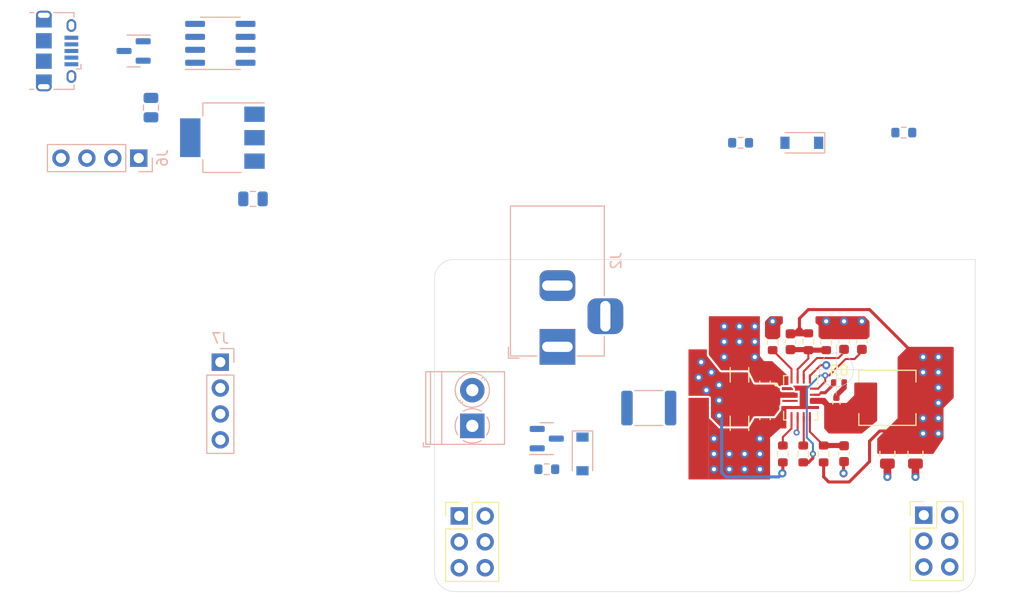
<source format=kicad_pcb>
(kicad_pcb (version 20211014) (generator pcbnew)
  (layers (0 "F.Cu" signal) (1 "In1.Cu" power) (2 "In2.Cu" power) (31 "B.Cu" signal) (34 "B.Paste" user) (35 "F.Paste" user) (36 "B.SilkS" user "B.Silkscreen") (37 "F.SilkS" user "F.Silkscreen") (38 "B.Mask" user) (39 "F.Mask" user) (44 "Edge.Cuts" user))
  (net 0 "")
  (net 1 "GND")
  (net 2 "VDD")
  (net 3 "/Vcc")
  (net 4 "/BST")
  (net 5 "/SS")
  (net 6 "/FB")
  (net 7 "/En")
  (net 8 "/PG")
  (net 9 "/FREQ")
  (net 10 "/BIAS")
  (net 12 "VDC")
  (net 13 "/Vjack")
  (net 14 "Net-(D2-Pad2)")
  (net 15 "/Vbat")
  (net 16 "+5V")
  (net 17 "+3V3")
  (net 18 "VBUS")
  (net 22 "/Vcomp+")
  (net 23 "/UNUSED")
  (net 24 "/SW")
  (net 25 "/Rboost")
  (net 26 "/Vusb_En")
  (net 27 "Vleft")
  (net 28 "Vright")
  (footprint "Capacitor_SMD:C_1206_3216Metric" (layer "F.Cu") (at 146.892 97.5 -90)
    (fp_text reference "C1")
    (fp_text value "10u")
    (fp_line (start -0.711252 0.91) (end 0.711252 0.91) (layer "F.SilkS") (width 0.12))
    (fp_line (start -0.711252 -0.91) (end 0.711252 -0.91) (layer "F.SilkS") (width 0.12))
    (pad "1" smd roundrect locked (at -1.475 0 270) (size 1.15 1.8) (layers "F.Cu" "F.Paste" "F.Mask") (roundrect_rratio 0.217391) (net 2 "VDD"))
    (pad "2" smd roundrect locked (at 1.475 0 270) (size 1.15 1.8) (layers "F.Cu" "F.Paste" "F.Mask") (roundrect_rratio 0.217391) (net 1 "GND"))
  )
  (footprint "Capacitor_SMD:C_0603_1608Metric" (layer "F.Cu") (at 158.892 89.475 -90)
    (fp_text reference "C3")
    (fp_text value "1u")
    (fp_line (start -0.14058 -0.51) (end 0.14058 -0.51) (layer "F.SilkS") (width 0.12))
    (fp_line (start -0.14058 0.51) (end 0.14058 0.51) (layer "F.SilkS") (width 0.12))
    (pad "1" smd roundrect locked (at -0.775 0 270) (size 0.9 0.95) (layers "F.Cu" "F.Paste" "F.Mask") (net 1 "GND"))
    (pad "2" smd roundrect locked (at 0.775 0 270) (size 0.9 0.95) (layers "F.Cu" "F.Paste" "F.Mask") (net 3 "/Vcc"))
  )
  (footprint "Capacitor_SMD:C_0603_1608Metric" (layer "F.Cu") (at 149.392 93.5 90)
    (fp_text reference "C4")
    (fp_text value "0.1u")
    (fp_line (start -0.14058 0.51) (end 0.14058 0.51) (layer "F.SilkS") (width 0.12))
    (fp_line (start -0.14058 -0.51) (end 0.14058 -0.51) (layer "F.SilkS") (width 0.12))
    (pad "1" smd roundrect locked (at -0.775 0 90) (size 0.9 0.95) (layers "F.Cu" "F.Paste" "F.Mask") (net 2 "VDD"))
    (pad "2" smd roundrect locked (at 0.775 0 90) (size 0.9 0.95) (layers "F.Cu" "F.Paste" "F.Mask") (net 1 "GND"))
  )
  (footprint "Capacitor_SMD:C_0603_1608Metric" (layer "F.Cu") (at 149.392 97 -90)
    (fp_text reference "C5")
    (fp_text value "0.1u")
    (fp_line (start -0.14058 -0.51) (end 0.14058 -0.51) (layer "F.SilkS") (width 0.12))
    (fp_line (start -0.14058 0.51) (end 0.14058 0.51) (layer "F.SilkS") (width 0.12))
    (pad "1" smd roundrect locked (at -0.775 0 270) (size 0.9 0.95) (layers "F.Cu" "F.Paste" "F.Mask") (net 2 "VDD"))
    (pad "2" smd roundrect locked (at 0.775 0 270) (size 0.9 0.95) (layers "F.Cu" "F.Paste" "F.Mask") (net 1 "GND"))
  )
  (footprint "Capacitor_SMD:C_0402_1005Metric" (layer "F.Cu") (at 156.392 95.5 90)
    (fp_text reference "C6")
    (fp_text value "0.1u")
    (fp_line (start -0.107836 -0.36) (end 0.107836 -0.36) (layer "F.SilkS") (width 0.12))
    (fp_line (start -0.107836 0.36) (end 0.107836 0.36) (layer "F.SilkS") (width 0.12))
    (pad "1" smd roundrect (at -0.48 0 90) (size 0.56 0.62) (layers "F.Cu" "F.Paste" "F.Mask") (net 24 "/SW"))
    (pad "2" smd roundrect (at 0.48 0 90) (size 0.56 0.62) (layers "F.Cu" "F.Paste" "F.Mask") (net 25 "/Rboost"))
  )
  (footprint "Capacitor_SMD:C_0603_1608Metric" (layer "F.Cu") (at 157.142 100.475 90)
    (fp_text reference "C7")
    (fp_text value "0.1u")
    (fp_line (start -0.14058 0.51) (end 0.14058 0.51) (layer "F.SilkS") (width 0.12))
    (fp_line (start -0.14058 -0.51) (end 0.14058 -0.51) (layer "F.SilkS") (width 0.12))
    (pad "1" smd roundrect locked (at -0.775 0 90) (size 0.9 0.95) (layers "F.Cu" "F.Paste" "F.Mask") (net 1 "GND"))
    (pad "2" smd roundrect locked (at 0.775 0 90) (size 0.9 0.95) (layers "F.Cu" "F.Paste" "F.Mask") (net 10 "/BIAS"))
  )
  (footprint "Capacitor_SMD:C_0603_1608Metric" (layer "F.Cu") (at 157.142 89.475 -90)
    (fp_text reference "C8")
    (fp_text value "4.7u")
    (fp_line (start -0.14058 -0.51) (end 0.14058 -0.51) (layer "F.SilkS") (width 0.12))
    (fp_line (start -0.14058 0.51) (end 0.14058 0.51) (layer "F.SilkS") (width 0.12))
    (pad "1" smd roundrect locked (at -0.775 0 270) (size 0.9 0.95) (layers "F.Cu" "F.Paste" "F.Mask") (net 1 "GND"))
    (pad "2" smd roundrect locked (at 0.775 0 270) (size 0.9 0.95) (layers "F.Cu" "F.Paste" "F.Mask") (net 5 "/SS"))
  )
  (footprint "Capacitor_SMD:C_0603_1608Metric" (layer "F.Cu") (at 151.892 89.5 90)
    (fp_text reference "C9")
    (fp_text value "10p")
    (fp_line (start -0.14058 0.51) (end 0.14058 0.51) (layer "F.SilkS") (width 0.12))
    (fp_line (start -0.14058 -0.51) (end 0.14058 -0.51) (layer "F.SilkS") (width 0.12))
    (pad "1" smd roundrect locked (at -0.775 0 90) (size 0.9 0.95) (layers "F.Cu" "F.Paste" "F.Mask") (net 6 "/FB"))
    (pad "2" smd roundrect locked (at 0.775 0 90) (size 0.9 0.95) (layers "F.Cu" "F.Paste" "F.Mask") (net 16 "+5V"))
  )
  (footprint "Capacitor_SMD:C_0805_2012Metric" (layer "F.Cu") (at 161.392 100.5 -90)
    (fp_text reference "C10")
    (fp_text value "22u")
    (fp_line (start -0.261252 -0.735) (end 0.261252 -0.735) (layer "F.SilkS") (width 0.12))
    (fp_line (start -0.261252 0.735) (end 0.261252 0.735) (layer "F.SilkS") (width 0.12))
    (pad "1" smd roundrect locked (at -0.95 0 270) (size 1 1.45) (layers "F.Cu" "F.Paste" "F.Mask") (net 16 "+5V"))
    (pad "2" smd roundrect locked (at 0.95 0 270) (size 1 1.45) (layers "F.Cu" "F.Paste" "F.Mask") (net 1 "GND"))
  )
  (footprint "Capacitor_SMD:C_0805_2012Metric" (layer "F.Cu") (at 164.142 100.5 -90)
    (fp_text reference "C11")
    (fp_text value "22u")
    (fp_line (start -0.261252 -0.735) (end 0.261252 -0.735) (layer "F.SilkS") (width 0.12))
    (fp_line (start -0.261252 0.735) (end 0.261252 0.735) (layer "F.SilkS") (width 0.12))
    (pad "1" smd roundrect locked (at -0.95 0 270) (size 1 1.45) (layers "F.Cu" "F.Paste" "F.Mask") (net 16 "+5V"))
    (pad "2" smd roundrect locked (at 0.95 0 270) (size 1 1.45) (layers "F.Cu" "F.Paste" "F.Mask") (net 1 "GND"))
  )
  (footprint "Inductor_SMD:L_Sunlord_MWSA0518_5.4x5.2mm" (layer "F.Cu") (at 161.392 95)
    (fp_text reference "L1")
    (fp_text value "2.2u")
    (fp_line (start -2.8 2.7) (end -2.8 1.55) (layer "F.SilkS") (width 0.12))
    (fp_line (start -2.8 -2.7) (end -2.8 -1.55) (layer "F.SilkS") (width 0.12))
    (fp_line (start 2.8 -2.7) (end 2.8 -1.55) (layer "F.SilkS") (width 0.12))
    (fp_line (start -2.8 2.7) (end 2.8 2.7) (layer "F.SilkS") (width 0.12))
    (fp_line (start 2.8 2.7) (end 2.8 1.55) (layer "F.SilkS") (width 0.12))
    (fp_line (start -2.8 -2.7) (end 2.8 -2.7) (layer "F.SilkS") (width 0.12))
    (pad "1" smd rect locked (at -2.05 0) (size 1.9 2.5) (layers "F.Cu" "F.Paste" "F.Mask") (net 24 "/SW"))
    (pad "2" smd rect locked (at 2.05 0) (size 1.9 2.5) (layers "F.Cu" "F.Paste" "F.Mask") (net 16 "+5V"))
  )
  (footprint "Resistor_SMD:R_0603_1608Metric" (layer "F.Cu") (at 151.142 100.5 90)
    (fp_text reference "R1")
    (fp_text value "100k")
    (fp_line (start -0.237258 0.5225) (end 0.237258 0.5225) (layer "F.SilkS") (width 0.12))
    (fp_line (start -0.237258 -0.5225) (end 0.237258 -0.5225) (layer "F.SilkS") (width 0.12))
    (pad "1" smd roundrect locked (at -0.825 0 90) (size 0.8 0.95) (layers "F.Cu" "F.Paste" "F.Mask") (net 2 "VDD"))
    (pad "2" smd roundrect locked (at 0.825 0 90) (size 0.8 0.95) (layers "F.Cu" "F.Paste" "F.Mask") (net 7 "/En"))
  )
  (footprint "Resistor_SMD:R_0603_1608Metric" (layer "F.Cu") (at 153.142 100.5 -90)
    (fp_text reference "R2")
    (fp_text value "100k")
    (fp_line (start -0.237258 -0.5225) (end 0.237258 -0.5225) (layer "F.SilkS") (width 0.12))
    (fp_line (start -0.237258 0.5225) (end 0.237258 0.5225) (layer "F.SilkS") (width 0.12))
    (pad "1" smd roundrect locked (at -0.825 0 270) (size 0.8 0.95) (layers "F.Cu" "F.Paste" "F.Mask") (net 8 "/PG"))
    (pad "2" smd roundrect locked (at 0.825 0 270) (size 0.8 0.95) (layers "F.Cu" "F.Paste" "F.Mask") (net 3 "/Vcc"))
  )
  (footprint "Resistor_SMD:R_0603_1608Metric" (layer "F.Cu") (at 150.142 89.5 -90)
    (fp_text reference "R3")
    (fp_text value "169k")
    (fp_line (start -0.237258 -0.5225) (end 0.237258 -0.5225) (layer "F.SilkS") (width 0.12))
    (fp_line (start -0.237258 0.5225) (end 0.237258 0.5225) (layer "F.SilkS") (width 0.12))
    (pad "1" smd roundrect locked (at -0.825 0 270) (size 0.8 0.95) (layers "F.Cu" "F.Paste" "F.Mask") (net 1 "GND"))
    (pad "2" smd roundrect locked (at 0.825 0 270) (size 0.8 0.95) (layers "F.Cu" "F.Paste" "F.Mask") (net 9 "/FREQ"))
  )
  (footprint "Resistor_SMD:R_0603_1608Metric" (layer "F.Cu") (at 153.642 89.5 90)
    (fp_text reference "R4")
    (fp_text value "68.1k")
    (fp_line (start -0.237258 0.5225) (end 0.237258 0.5225) (layer "F.SilkS") (width 0.12))
    (fp_line (start -0.237258 -0.5225) (end 0.237258 -0.5225) (layer "F.SilkS") (width 0.12))
    (pad "1" smd roundrect locked (at -0.825 0 90) (size 0.8 0.95) (layers "F.Cu" "F.Paste" "F.Mask") (net 6 "/FB"))
    (pad "2" smd roundrect locked (at 0.825 0 90) (size 0.8 0.95) (layers "F.Cu" "F.Paste" "F.Mask") (net 16 "+5V"))
  )
  (footprint "Resistor_SMD:R_0603_1608Metric" (layer "F.Cu") (at 155.142 100.5 -90)
    (fp_text reference "R6")
    (fp_text value "10")
    (fp_line (start -0.237258 -0.5225) (end 0.237258 -0.5225) (layer "F.SilkS") (width 0.12))
    (fp_line (start -0.237258 0.5225) (end 0.237258 0.5225) (layer "F.SilkS") (width 0.12))
    (pad "1" smd roundrect locked (at -0.825 0 270) (size 0.8 0.95) (layers "F.Cu" "F.Paste" "F.Mask") (net 10 "/BIAS"))
    (pad "2" smd roundrect locked (at 0.825 0 270) (size 0.8 0.95) (layers "F.Cu" "F.Paste" "F.Mask") (net 16 "+5V"))
  )
  (footprint "Capacitor_SMD:C_1206_3216Metric" (layer "F.Cu") (at 146.892 92.75 90)
    (fp_text reference "C2")
    (fp_text value "10u")
    (fp_line (start -0.711252 0.91) (end 0.711252 0.91) (layer "F.SilkS") (width 0.12))
    (fp_line (start -0.711252 -0.91) (end 0.711252 -0.91) (layer "F.SilkS") (width 0.12))
    (pad "1" smd roundrect locked (at -1.475 0 90) (size 1.15 1.8) (layers "F.Cu" "F.Paste" "F.Mask") (roundrect_rratio 0.217391) (net 2 "VDD"))
    (pad "2" smd roundrect locked (at 1.475 0 90) (size 1.15 1.8) (layers "F.Cu" "F.Paste" "F.Mask") (roundrect_rratio 0.217391) (net 1 "GND"))
  )
  (footprint "Resistor_SMD:R_0603_1608Metric" (layer "F.Cu") (at 155.392 89.5 -90)
    (fp_text reference "R5")
    (fp_text value "13k")
    (fp_line (start -0.237258 0.5225) (end 0.237258 0.5225) (layer "F.SilkS") (width 0.12))
    (fp_line (start -0.237258 -0.5225) (end 0.237258 -0.5225) (layer "F.SilkS") (width 0.12))
    (pad "1" smd roundrect locked (at -0.825 0 270) (size 0.8 0.95) (layers "F.Cu" "F.Paste" "F.Mask") (net 1 "GND"))
    (pad "2" smd roundrect locked (at 0.825 0 270) (size 0.8 0.95) (layers "F.Cu" "F.Paste" "F.Mask") (net 6 "/FB"))
  )
  (footprint "Connector_PinHeader_2.54mm:PinHeader_2x03_P2.54mm_Vertical" (layer "F.Cu") (at 164.96 106.5)
    (fp_text reference "J4")
    (fp_text value "Conn_02x03_Odd_Even")
    (fp_line (start 1.27 -1.33) (end 3.87 -1.33) (layer "F.SilkS") (width 0.12))
    (fp_line (start -1.33 0) (end -1.33 -1.33) (layer "F.SilkS") (width 0.12))
    (fp_line (start -1.33 1.27) (end 1.27 1.27) (layer "F.SilkS") (width 0.12))
    (fp_line (start -1.33 6.41) (end 3.87 6.41) (layer "F.SilkS") (width 0.12))
    (fp_line (start -1.33 1.27) (end -1.33 6.41) (layer "F.SilkS") (width 0.12))
    (fp_line (start 3.87 -1.33) (end 3.87 6.41) (layer "F.SilkS") (width 0.12))
    (fp_line (start -1.33 -1.33) (end 0 -1.33) (layer "F.SilkS") (width 0.12))
    (fp_line (start 1.27 1.27) (end 1.27 -1.33) (layer "F.SilkS") (width 0.12))
    (pad "1" thru_hole rect (at 0 0) (size 1.7 1.7) (drill 1) (layers *.Cu *.Mask) (net 27 "Vleft"))
    (pad "2" thru_hole oval (at 2.54 0) (size 1.7 1.7) (drill 1) (layers *.Cu *.Mask) (net 1 "GND"))
    (pad "3" thru_hole oval (at 0 2.54) (size 1.7 1.7) (drill 1) (layers *.Cu *.Mask) (net 27 "Vleft"))
    (pad "4" thru_hole oval (at 2.54 2.54) (size 1.7 1.7) (drill 1) (layers *.Cu *.Mask) (net 1 "GND"))
    (pad "5" thru_hole oval (at 0 5.08) (size 1.7 1.7) (drill 1) (layers *.Cu *.Mask) (net 27 "Vleft"))
    (pad "6" thru_hole oval (at 2.54 5.08) (size 1.7 1.7) (drill 1) (layers *.Cu *.Mask) (net 1 "GND"))
  )
  (footprint "Connector_PinHeader_2.54mm:PinHeader_2x03_P2.54mm_Vertical" (layer "F.Cu") (at 119.42 106.58)
    (fp_text reference "J5")
    (fp_text value "Conn_02x03_Odd_Even")
    (fp_line (start -1.33 -1.33) (end 0 -1.33) (layer "F.SilkS") (width 0.12))
    (fp_line (start -1.33 6.41) (end 3.87 6.41) (layer "F.SilkS") (width 0.12))
    (fp_line (start 1.27 -1.33) (end 3.87 -1.33) (layer "F.SilkS") (width 0.12))
    (fp_line (start -1.33 0) (end -1.33 -1.33) (layer "F.SilkS") (width 0.12))
    (fp_line (start 1.27 1.27) (end 1.27 -1.33) (layer "F.SilkS") (width 0.12))
    (fp_line (start -1.33 1.27) (end -1.33 6.41) (layer "F.SilkS") (width 0.12))
    (fp_line (start 3.87 -1.33) (end 3.87 6.41) (layer "F.SilkS") (width 0.12))
    (fp_line (start -1.33 1.27) (end 1.27 1.27) (layer "F.SilkS") (width 0.12))
    (pad "1" thru_hole rect (at 0 0) (size 1.7 1.7) (drill 1) (layers *.Cu *.Mask) (net 1 "GND"))
    (pad "2" thru_hole oval (at 2.54 0) (size 1.7 1.7) (drill 1) (layers *.Cu *.Mask) (net 28 "Vright"))
    (pad "3" thru_hole oval (at 0 2.54) (size 1.7 1.7) (drill 1) (layers *.Cu *.Mask) (net 1 "GND"))
    (pad "4" thru_hole oval (at 2.54 2.54) (size 1.7 1.7) (drill 1) (layers *.Cu *.Mask) (net 28 "Vright"))
    (pad "5" thru_hole oval (at 0 5.08) (size 1.7 1.7) (drill 1) (layers *.Cu *.Mask) (net 1 "GND"))
    (pad "6" thru_hole oval (at 2.54 5.08) (size 1.7 1.7) (drill 1) (layers *.Cu *.Mask) (net 28 "Vright"))
  )
  (footprint "buck_foot_lib:MPQ9842GL-Z" (layer "F.Cu") (at 152.892 95)
    (fp_text reference "U1")
    (fp_text value "MPQ9842GL")
    (fp_poly (pts (xy -1.8 -1.000001) (xy -1.8 -0.800001) (xy -0.8 -0.800001) (xy -0.8 -0.850001) (xy -0.95 -1.000001)) (layer "F.Cu") (width 0.1) (fill solid))
    (fp_line (start 1.6764 2.1717) (end 1.6764 1.332741) (layer "F.SilkS") (width 0.12))
    (fp_line (start 1.6764 -1.332741) (end 1.6764 -2.1717) (layer "F.SilkS") (width 0.12))
    (fp_line (start 1.332741 2.1717) (end 1.6764 2.1717) (layer "F.SilkS") (width 0.12))
    (fp_line (start -1.332741 -2.1717) (end -1.6764 -2.1717) (layer "F.SilkS") (width 0.12))
    (fp_line (start -1.6764 1.332741) (end -1.6764 2.1717) (layer "F.SilkS") (width 0.12))
    (fp_line (start -1.6764 -2.1717) (end -1.6764 -1.332741) (layer "F.SilkS") (width 0.12))
    (fp_line (start -1.6764 2.1717) (end -1.332741 2.1717) (layer "F.SilkS") (width 0.12))
    (fp_line (start 1.6764 -2.1717) (end 1.332741 -2.1717) (layer "F.SilkS") (width 0.12))
    (fp_circle (center -2.4 -1.3) (end -2.3 -1.3) (layer "F.SilkS") (width 0.2) (fill none))
    (pad "1" smd rect (at -1.3 -0.900001) (size 0.127 0.127) (layers "F.Cu" "F.Paste" "F.Mask") (net 1 "GND"))
    (pad "2" smd rect (at -1.05 -0.299999) (size 1.5 0.2) (layers "F.Cu" "F.Paste" "F.Mask") (net 2 "VDD"))
    (pad "3" smd rect (at -1.05 0.299999) (size 1.5 0.2) (layers "F.Cu" "F.Paste" "F.Mask"))
    (pad "4" smd rect (at -1.35 0.900001) (size 0.9 0.2) (layers "F.Cu" "F.Paste" "F.Mask") (net 1 "GND"))
    (pad "5" smd rect (at -0.900001 1.849999 90) (size 0.9 0.2) (layers "F.Cu" "F.Paste" "F.Mask") (net 7 "/En"))
    (pad "6" smd rect (at -0.299999 1.849999 90) (size 0.9 0.2) (layers "F.Cu" "F.Paste" "F.Mask") (net 1 "GND"))
    (pad "7" smd rect (at 0.299999 1.849999 90) (size 0.9 0.2) (layers "F.Cu" "F.Paste" "F.Mask") (net 8 "/PG"))
    (pad "8" smd rect (at 0.900001 1.849999 90) (size 0.9 0.2) (layers "F.Cu" "F.Paste" "F.Mask") (net 10 "/BIAS"))
    (pad "9" smd rect (at 1.35 0.900001) (size 0.9 0.2) (layers "F.Cu" "F.Paste" "F.Mask") (net 1 "GND"))
    (pad "10" smd rect (at 1.35 0.299999) (size 0.9 0.2) (layers "F.Cu" "F.Paste" "F.Mask") (net 24 "/SW"))
    (pad "11" smd rect (at 1.35 -0.299999) (size 0.9 0.2) (layers "F.Cu" "F.Paste" "F.Mask") (net 4 "/BST"))
    (pad "12" smd rect (at 1.35 -0.900001) (size 0.9 0.2) (layers "F.Cu" "F.Paste" "F.Mask") (net 3 "/Vcc"))
    (pad "13" smd rect (at 0.900001 -1.849999 90) (size 0.9 0.2) (layers "F.Cu" "F.Paste" "F.Mask") (net 1 "GND"))
    (pad "14" smd rect (at 0.299999 -1.849999 90) (size 0.9 0.2) (layers "F.Cu" "F.Paste" "F.Mask") (net 5 "/SS"))
    (pad "15" smd rect (at -0.299999 -1.849999 90) (size 0.9 0.2) (layers "F.Cu" "F.Paste" "F.Mask") (net 6 "/FB"))
    (pad "16" smd rect (at -0.900001 -1.849999 90) (size 0.9 0.2) (layers "F.Cu" "F.Paste" "F.Mask") (net 9 "/FREQ"))
  )
  (footprint "Resistor_SMD:R_0402_1005Metric" (layer "F.Cu") (at 156.642 93.5)
    (fp_text reference "R8" (at 0 -1.17) (layer "F.SilkS"))
    (fp_text value "10")
    (fp_line (start -0.153641 0.38) (end 0.153641 0.38) (layer "F.SilkS") (width 0.12))
    (fp_line (start -0.153641 -0.38) (end 0.153641 -0.38) (layer "F.SilkS") (width 0.12))
    (pad "1" smd roundrect (at -0.51 0) (size 0.54 0.64) (layers "F.Cu" "F.Paste" "F.Mask") (net 4 "/BST"))
    (pad "2" smd roundrect (at 0.51 0) (size 0.54 0.64) (layers "F.Cu" "F.Paste" "F.Mask") (net 25 "/Rboost"))
  )
  (footprint "TerminalBlock_Phoenix:TerminalBlock_Phoenix_PT-1,5-2-3.5-H_1x02_P3.50mm_Horizontal" (layer "B.Cu") (at 120.7 97.75 90)
    (fp_text reference "J1")
    (fp_text value "Screw_Terminal_01x02")
    (fp_line (start -1.81 3.16) (end -1.81 -4.56) (layer "B.SilkS") (width 0.12))
    (fp_line (start 2.355 -0.941) (end 2.226 -1.069) (layer "B.SilkS") (width 0.12))
    (fp_line (start 4.775 1.069) (end 4.646 0.941) (layer "B.SilkS") (width 0.12))
    (fp_line (start -1.81 3.16) (end 5.31 3.16) (layer "B.SilkS") (width 0.12))
    (fp_line (start -1.81 -3) (end 5.31 -3) (layer "B.SilkS") (width 0.12))
    (fp_line (start -1.81 -4.56) (end 5.31 -4.56) (layer "B.SilkS") (width 0.12))
    (fp_line (start -1.81 -4.1) (end 5.31 -4.1) (layer "B.SilkS") (width 0.12))
    (fp_line (start -2.05 -4.8) (end -1.65 -4.8) (layer "B.SilkS") (width 0.12))
    (fp_line (start 4.57 1.275) (end 4.476 1.181) (layer "B.SilkS") (width 0.12))
    (fp_line (start 5.31 3.16) (end 5.31 -4.56) (layer "B.SilkS") (width 0.12))
    (fp_line (start 2.525 -1.181) (end 2.431 -1.274) (layer "B.SilkS") (width 0.12))
    (fp_line (start -2.05 -4.16) (end -2.05 -4.8) (layer "B.SilkS") (width 0.12))
    (fp_arc (start 1.425 -0.891) (mid 1.680626 -0.000476) (end 1.425504 0.890193) (layer "B.SilkS") (width 0.12))
    (fp_arc (start 0.866 1.44) (mid -0.014012 1.680286) (end -0.889894 1.425358) (layer "B.SilkS") (width 0.12))
    (fp_arc (start -0.866 -1.44) (mid -0.435535 -1.622918) (end 0.028674 -1.680099) (layer "B.SilkS") (width 0.12))
    (fp_arc (start -1.44 0.866) (mid -1.680286 -0.014012) (end -1.425358 -0.889894) (layer "B.SilkS") (width 0.12))
    (fp_arc (start 0 -1.68) (mid 0.463071 -1.61492) (end 0.890264 -1.424721) (layer "B.SilkS") (width 0.12))
    (fp_circle (center 3.5 0) (end 5.18 0) (layer "B.SilkS") (width 0.12) (fill none))
    (pad "1" thru_hole rect (at 0 0 90) (size 2.4 2.4) (drill 1.2) (layers *.Cu *.Mask) (net 15 "/Vbat"))
    (pad "2" thru_hole circle (at 3.5 0 90) (size 2.4 2.4) (drill 1.2) (layers *.Cu *.Mask) (net 1 "GND"))
  )
  (footprint "Package_TO_SOT_SMD:SOT-23" (layer "B.Cu") (at 128 99)
    (fp_text reference "Q1")
    (fp_text value "AO3401A")
    (fp_line (start 0 -1.56) (end -0.65 -1.56) (layer "B.SilkS") (width 0.12))
    (fp_line (start 0 1.56) (end 0.65 1.56) (layer "B.SilkS") (width 0.12))
    (fp_line (start 0 1.56) (end -1.675 1.56) (layer "B.SilkS") (width 0.12))
    (fp_line (start 0 -1.56) (end 0.65 -1.56) (layer "B.SilkS") (width 0.12))
    (pad "1" smd roundrect (at -0.9375 0.95) (size 1.475 0.6) (layers "B.Cu" "B.Paste" "B.Mask") (net 14 "Net-(D2-Pad2)"))
    (pad "2" smd roundrect (at -0.9375 -0.95) (size 1.475 0.6) (layers "B.Cu" "B.Paste" "B.Mask") (net 15 "/Vbat"))
    (pad "3" smd roundrect (at 0.9375 0) (size 1.475 0.6) (layers "B.Cu" "B.Paste" "B.Mask") (net 12 "VDC"))
  )
  (footprint "Connector_PinHeader_2.54mm:PinHeader_1x04_P2.54mm_Vertical" (layer "B.Cu") (at 96 91.5 180)
    (fp_text reference "J7" (at 0 2.33) (layer "B.SilkS") (effects (justify mirror)))
    (fp_text value "Conn_01x04")
    (fp_line (start -1.33 1.33) (end 0 1.33) (layer "B.SilkS") (width 0.12))
    (fp_line (start 1.33 -1.27) (end 1.33 -8.95) (layer "B.SilkS") (width 0.12))
    (fp_line (start -1.33 -1.27) (end 1.33 -1.27) (layer "B.SilkS") (width 0.12))
    (fp_line (start -1.33 -1.27) (end -1.33 -8.95) (layer "B.SilkS") (width 0.12))
    (fp_line (start -1.33 0) (end -1.33 1.33) (layer "B.SilkS") (width 0.12))
    (fp_line (start -1.33 -8.95) (end 1.33 -8.95) (layer "B.SilkS") (width 0.12))
    (pad "1" thru_hole rect (at 0 0 180) (size 1.7 1.7) (drill 1) (layers *.Cu *.Mask) (net 16 "+5V"))
    (pad "2" thru_hole oval (at 0 -2.54 180) (size 1.7 1.7) (drill 1) (layers *.Cu *.Mask) (net 28 "Vright"))
    (pad "3" thru_hole oval (at 0 -5.08 180) (size 1.7 1.7) (drill 1) (layers *.Cu *.Mask) (net 17 "+3V3"))
    (pad "4" thru_hole oval (at 0 -7.62 180) (size 1.7 1.7) (drill 1) (layers *.Cu *.Mask))
  )
  (footprint "Resistor_SMD:R_0603_1608Metric" (layer "B.Cu") (at 163 69)
    (fp_text reference "R9")
    (fp_text value "18k")
    (fp_line (start -0.237258 0.5225) (end 0.237258 0.5225) (layer "B.SilkS") (width 0.12))
    (fp_line (start -0.237258 -0.5225) (end 0.237258 -0.5225) (layer "B.SilkS") (width 0.12))
    (pad "1" smd roundrect (at -0.825 0) (size 0.8 0.95) (layers "B.Cu" "B.Paste" "B.Mask") (net 22 "/Vcomp+"))
    (pad "2" smd roundrect (at 0.825 0) (size 0.8 0.95) (layers "B.Cu" "B.Paste" "B.Mask") (net 2 "VDD"))
  )
  (footprint "Connector_BarrelJack:BarrelJack_Horizontal" (layer "B.Cu") (at 129.0425 90 -90)
    (fp_text reference "J2" (at -8.45 -5.75 90) (layer "B.SilkS") (effects (justify mirror)))
    (fp_text value "Barrel_Jack_MountingPin")
    (fp_line (start -5 -4.6) (end -13.8 -4.6) (layer "B.SilkS") (width 0.12))
    (fp_line (start 0.9 -4.6) (end -1 -4.6) (layer "B.SilkS") (width 0.12))
    (fp_line (start 0.9 -1.9) (end 0.9 -4.6) (layer "B.SilkS") (width 0.12))
    (fp_line (start -13.8 4.6) (end 0.9 4.6) (layer "B.SilkS") (width 0.12))
    (fp_line (start -13.8 -4.6) (end -13.8 4.6) (layer "B.SilkS") (width 0.12))
    (fp_line (start 0.9 4.6) (end 0.9 2) (layer "B.SilkS") (width 0.12))
    (fp_line (start 0.05 4.8) (end 1.1 4.8) (layer "B.SilkS") (width 0.12))
    (fp_line (start 1.1 3.75) (end 1.1 4.8) (layer "B.SilkS") (width 0.12))
    (pad "1" thru_hole rect (at 0 0 270) (size 3.5 3.5) (drill oval 1 3) (layers *.Cu *.Mask) (net 13 "/Vjack"))
    (pad "2" thru_hole roundrect (at -6 0 270) (size 3 3.5) (drill oval 1 3) (layers *.Cu *.Mask) (net 1 "GND"))
    (pad "MP" thru_hole roundrect (at -3 -4.7 270) (size 3.5 3.5) (drill oval 3 1) (layers *.Cu *.Mask))
  )
  (footprint "Resistor_SMD:R_0603_1608Metric" (layer "B.Cu") (at 128 102)
    (fp_text reference "R7")
    (fp_text value "R_Small")
    (fp_line (start -0.237258 0.5225) (end 0.237258 0.5225) (layer "B.SilkS") (width 0.12))
    (fp_line (start -0.237258 -0.5225) (end 0.237258 -0.5225) (layer "B.SilkS") (width 0.12))
    (pad "1" smd roundrect (at -0.825 0) (size 0.8 0.95) (layers "B.Cu" "B.Paste" "B.Mask") (net 1 "GND"))
    (pad "2" smd roundrect (at 0.825 0) (size 0.8 0.95) (layers "B.Cu" "B.Paste" "B.Mask") (net 14 "Net-(D2-Pad2)"))
  )
  (footprint "Diode_SMD:D_SOD-123" (layer "B.Cu") (at 153 70 180)
    (fp_text reference "D1")
    (fp_text value "D_Schottky_Small")
    (fp_line (start -2.25 1) (end -2.25 -1) (layer "B.SilkS") (width 0.12))
    (fp_line (start -2.25 1) (end 1.65 1) (layer "B.SilkS") (width 0.12))
    (fp_line (start -2.25 -1) (end 1.65 -1) (layer "B.SilkS") (width 0.12))
    (pad "1" smd rect (at -1.65 0 180) (size 0.9 1.2) (layers "B.Cu" "B.Paste" "B.Mask") (net 12 "VDC"))
    (pad "2" smd rect (at 1.65 0 180) (size 0.9 1.2) (layers "B.Cu" "B.Paste" "B.Mask") (net 13 "/Vjack"))
  )
  (footprint "Connector_USB:USB_Micro-B_Amphenol_10118194_Horizontal" (layer "B.Cu") (at 80 61 90)
    (fp_text reference "J3")
    (fp_text value "USB_B_Micro")
    (fp_line (start -3.76 -0.32) (end -3.76 1.66) (layer "B.SilkS") (width 0.12))
    (fp_line (start -3.76 -2.69) (end -3.76 -2.29) (layer "B.SilkS") (width 0.12))
    (fp_line (start 3.76 -2.29) (end 3.76 -2.69) (layer "B.SilkS") (width 0.12))
    (fp_line (start -1.31 2.34) (end -1.76 2.34) (layer "B.SilkS") (width 0.12))
    (fp_line (start 3.76 -0.32) (end 3.76 1.66) (layer "B.SilkS") (width 0.12))
    (fp_line (start 3.76 1.66) (end 3.34 1.66) (layer "B.SilkS") (width 0.12))
    (fp_line (start -1.76 1.89) (end -1.76 2.34) (layer "B.SilkS") (width 0.12))
    (fp_line (start -3.76 1.66) (end -3.34 1.66) (layer "B.SilkS") (width 0.12))
    (pad "1" smd rect (at -1.3 1.4 90) (size 0.4 1.35) (layers "B.Cu" "B.Paste" "B.Mask") (net 18 "VBUS"))
    (pad "2" smd rect (at -0.65 1.4 90) (size 0.4 1.35) (layers "B.Cu" "B.Paste" "B.Mask"))
    (pad "3" smd rect (at 0 1.4 90) (size 0.4 1.35) (layers "B.Cu" "B.Paste" "B.Mask"))
    (pad "4" smd rect (at 0.65 1.4 90) (size 0.4 1.35) (layers "B.Cu" "B.Paste" "B.Mask"))
    (pad "5" smd rect (at 1.3 1.4 90) (size 0.4 1.35) (layers "B.Cu" "B.Paste" "B.Mask") (net 1 "GND"))
    (pad "6" thru_hole oval (at 2.5 1.4 90) (size 1.25 0.95) (drill oval 0.85 0.55) (layers *.Cu *.Mask) (net 1 "GND"))
    (pad "6" thru_hole oval (at -2.5 1.4 90) (size 1.25 0.95) (drill oval 0.85 0.55) (layers *.Cu *.Mask) (net 1 "GND"))
    (pad "6" thru_hole oval (at -3.5 -1.3 90) (size 0.89 1.55) (drill oval 0.5 1.15) (layers *.Cu *.Mask) (net 1 "GND"))
    (pad "6" smd rect (at -2.9 -1.3 90) (size 1.2 1.55) (layers "B.Cu" "B.Paste" "B.Mask") (net 1 "GND"))
    (pad "6" thru_hole oval (at 3.5 -1.3 90) (size 0.89 1.55) (drill oval 0.5 1.15) (layers *.Cu *.Mask) (net 1 "GND"))
    (pad "6" smd rect (at 2.9 -1.3 90) (size 1.2 1.55) (layers "B.Cu" "B.Paste" "B.Mask") (net 1 "GND"))
    (pad "6" smd rect (at -1 -1.3 90) (size 1.5 1.55) (layers "B.Cu" "B.Paste" "B.Mask") (net 1 "GND"))
    (pad "6" smd rect (at 1 -1.3 90) (size 1.5 1.55) (layers "B.Cu" "B.Paste" "B.Mask") (net 1 "GND"))
  )
  (footprint "Connector_PinHeader_2.54mm:PinHeader_1x04_P2.54mm_Vertical" (layer "B.Cu") (at 88 71.5 90)
    (fp_text reference "J6" (at 0 2.33 90) (layer "B.SilkS") (effects (justify mirror)))
    (fp_text value "Conn_01x04")
    (fp_line (start -1.33 0) (end -1.33 1.33) (layer "B.SilkS") (width 0.12))
    (fp_line (start -1.33 -1.27) (end 1.33 -1.27) (layer "B.SilkS") (width 0.12))
    (fp_line (start -1.33 -1.27) (end -1.33 -8.95) (layer "B.SilkS") (width 0.12))
    (fp_line (start -1.33 -8.95) (end 1.33 -8.95) (layer "B.SilkS") (width 0.12))
    (fp_line (start 1.33 -1.27) (end 1.33 -8.95) (layer "B.SilkS") (width 0.12))
    (fp_line (start -1.33 1.33) (end 0 1.33) (layer "B.SilkS") (width 0.12))
    (pad "1" thru_hole rect (at 0 0 90) (size 1.7 1.7) (drill 1) (layers *.Cu *.Mask) (net 16 "+5V"))
    (pad "2" thru_hole oval (at 0 -2.54 90) (size 1.7 1.7) (drill 1) (layers *.Cu *.Mask) (net 27 "Vleft"))
    (pad "3" thru_hole oval (at 0 -5.08 90) (size 1.7 1.7) (drill 1) (layers *.Cu *.Mask) (net 17 "+3V3"))
    (pad "4" thru_hole oval (at 0 -7.62 90) (size 1.7 1.7) (drill 1) (layers *.Cu *.Mask))
  )
  (footprint "Package_TO_SOT_SMD:SOT-223-3_TabPin2" (layer "B.Cu") (at 96.2 69.5 180)
    (fp_text reference "U2")
    (fp_text value "LDL1117S33R")
    (fp_line (start 1.91 3.41) (end 1.91 2.15) (layer "B.SilkS") (width 0.12))
    (fp_line (start -1.85 -3.41) (end 1.91 -3.41) (layer "B.SilkS") (width 0.12))
    (fp_line (start -4.1 3.41) (end 1.91 3.41) (layer "B.SilkS") (width 0.12))
    (fp_line (start 1.91 -3.41) (end 1.91 -2.15) (layer "B.SilkS") (width 0.12))
    (pad "1" smd rect (at -3.15 2.3 180) (size 2 1.5) (layers "B.Cu" "B.Paste" "B.Mask") (net 1 "GND"))
    (pad "2" smd rect (at -3.15 0 180) (size 2 1.5) (layers "B.Cu" "B.Paste" "B.Mask") (net 17 "+3V3"))
    (pad "2" smd rect (at 3.15 0 180) (size 2 3.8) (layers "B.Cu" "B.Paste" "B.Mask") (net 17 "+3V3"))
    (pad "3" smd rect (at -3.15 -2.3 180) (size 2 1.5) (layers "B.Cu" "B.Paste" "B.Mask") (net 16 "+5V"))
  )
  (footprint "Resistor_SMD:R_0603_1608Metric" (layer "B.Cu") (at 147 70)
    (fp_text reference "R10")
    (fp_text value "18k")
    (fp_line (start -0.237258 0.5225) (end 0.237258 0.5225) (layer "B.SilkS") (width 0.12))
    (fp_line (start -0.237258 -0.5225) (end 0.237258 -0.5225) (layer "B.SilkS") (width 0.12))
    (pad "1" smd roundrect (at -0.825 0) (size 0.8 0.95) (layers "B.Cu" "B.Paste" "B.Mask") (net 1 "GND"))
    (pad "2" smd roundrect (at 0.825 0) (size 0.8 0.95) (layers "B.Cu" "B.Paste" "B.Mask") (net 22 "/Vcomp+"))
  )
  (footprint "Package_TO_SOT_SMD:SOT-23" (layer "B.Cu") (at 87.5 61 180)
    (fp_text reference "Q2")
    (fp_text value "AO3401A")
    (fp_line (start 0 -1.56) (end -0.65 -1.56) (layer "B.SilkS") (width 0.12))
    (fp_line (start 0 1.56) (end 0.65 1.56) (layer "B.SilkS") (width 0.12))
    (fp_line (start 0 1.56) (end -1.675 1.56) (layer "B.SilkS") (width 0.12))
    (fp_line (start 0 -1.56) (end 0.65 -1.56) (layer "B.SilkS") (width 0.12))
    (pad "1" smd roundrect (at -0.9375 0.95 180) (size 1.475 0.6) (layers "B.Cu" "B.Paste" "B.Mask") (net 26 "/Vusb_En"))
    (pad "2" smd roundrect (at -0.9375 -0.95 180) (size 1.475 0.6) (layers "B.Cu" "B.Paste" "B.Mask") (net 16 "+5V"))
    (pad "3" smd roundrect (at 0.9375 0 180) (size 1.475 0.6) (layers "B.Cu" "B.Paste" "B.Mask") (net 18 "VBUS"))
  )
  (footprint "Diode_SMD:D_SOD-123" (layer "B.Cu") (at 131.5 100.5 -90)
    (fp_text reference "D2")
    (fp_text value "D_Zener_Small")
    (fp_line (start -2.25 1) (end 1.65 1) (layer "B.SilkS") (width 0.12))
    (fp_line (start -2.25 1) (end -2.25 -1) (layer "B.SilkS") (width 0.12))
    (fp_line (start -2.25 -1) (end 1.65 -1) (layer "B.SilkS") (width 0.12))
    (pad "1" smd rect (at -1.65 0 270) (size 0.9 1.2) (layers "B.Cu" "B.Paste" "B.Mask") (net 12 "VDC"))
    (pad "2" smd rect (at 1.65 0 270) (size 0.9 1.2) (layers "B.Cu" "B.Paste" "B.Mask") (net 14 "Net-(D2-Pad2)"))
  )
  (footprint "Capacitor_SMD:C_0805_2012Metric" (layer "B.Cu") (at 89.2 66.55 90)
    (fp_text reference "C13")
    (fp_text value "4.7u")
    (fp_line (start -0.261252 0.735) (end 0.261252 0.735) (layer "B.SilkS") (width 0.12))
    (fp_line (start -0.261252 -0.735) (end 0.261252 -0.735) (layer "B.SilkS") (width 0.12))
    (pad "1" smd roundrect (at -0.95 0 90) (size 1 1.45) (layers "B.Cu" "B.Paste" "B.Mask") (net 17 "+3V3"))
    (pad "2" smd roundrect (at 0.95 0 90) (size 1 1.45) (layers "B.Cu" "B.Paste" "B.Mask") (net 1 "GND"))
  )
  (footprint "Fuse:Fuse_1812_4532Metric" (layer "B.Cu") (at 138 96)
    (fp_text reference "F1")
    (fp_text value "Polyfuse_Small")
    (fp_line (start -1.386252 1.71) (end 1.386252 1.71) (layer "B.SilkS") (width 0.12))
    (fp_line (start -1.386252 -1.71) (end 1.386252 -1.71) (layer "B.SilkS") (width 0.12))
    (pad "1" smd roundrect (at -2.1375 0) (size 1.125 3.4) (layers "B.Cu" "B.Paste" "B.Mask") (roundrect_rratio 0.222222) (net 12 "VDC"))
    (pad "2" smd roundrect (at 2.1375 0) (size 1.125 3.4) (layers "B.Cu" "B.Paste" "B.Mask") (roundrect_rratio 0.222222) (net 2 "VDD"))
  )
  (footprint "Package_SO:SOIC-8_3.9x4.9mm_P1.27mm" (layer "B.Cu") (at 96 60.25)
    (fp_text reference "U3")
    (fp_text value "LM358")
    (fp_line (start 0 2.56) (end -3.45 2.56) (layer "B.SilkS") (width 0.12))
    (fp_line (start 0 2.56) (end 1.95 2.56) (layer "B.SilkS") (width 0.12))
    (fp_line (start 0 -2.56) (end 1.95 -2.56) (layer "B.SilkS") (width 0.12))
    (fp_line (start 0 -2.56) (end -1.95 -2.56) (layer "B.SilkS") (width 0.12))
    (pad "1" smd roundrect (at -2.475 1.905) (size 1.95 0.6) (layers "B.Cu" "B.Paste" "B.Mask") (net 26 "/Vusb_En"))
    (pad "2" smd roundrect (at -2.475 0.635) (size 1.95 0.6) (layers "B.Cu" "B.Paste" "B.Mask") (net 17 "+3V3"))
    (pad "3" smd roundrect (at -2.475 -0.635) (size 1.95 0.6) (layers "B.Cu" "B.Paste" "B.Mask") (net 22 "/Vcomp+"))
    (pad "4" smd roundrect (at -2.475 -1.905) (size 1.95 0.6) (layers "B.Cu" "B.Paste" "B.Mask") (net 1 "GND"))
    (pad "5" smd roundrect (at 2.475 -1.905) (size 1.95 0.6) (layers "B.Cu" "B.Paste" "B.Mask") (net 16 "+5V"))
    (pad "6" smd roundrect (at 2.475 -0.635) (size 1.95 0.6) (layers "B.Cu" "B.Paste" "B.Mask") (net 23 "/UNUSED"))
    (pad "7" smd roundrect (at 2.475 0.635) (size 1.95 0.6) (layers "B.Cu" "B.Paste" "B.Mask") (net 23 "/UNUSED"))
    (pad "8" smd roundrect (at 2.475 1.905) (size 1.95 0.6) (layers "B.Cu" "B.Paste" "B.Mask") (net 16 "+5V"))
  )
  (footprint "Capacitor_SMD:C_0805_2012Metric" (layer "B.Cu") (at 99.2 75.5 180)
    (fp_text reference "C12")
    (fp_text value "1u")
    (fp_line (start -0.261252 0.735) (end 0.261252 0.735) (layer "B.SilkS") (width 0.12))
    (fp_line (start -0.261252 -0.735) (end 0.261252 -0.735) (layer "B.SilkS") (width 0.12))
    (pad "1" smd roundrect (at -0.95 0 180) (size 1 1.45) (layers "B.Cu" "B.Paste" "B.Mask") (net 16 "+5V"))
    (pad "2" smd roundrect (at 0.95 0 180) (size 1 1.45) (layers "B.Cu" "B.Paste" "B.Mask") (net 1 "GND"))
  )
  (gr_line (start 119 114) (end 168 114) (layer "Edge.Cuts") (width 0.05))
  (gr_arc (start 119 114) (mid 117.585786 113.414214) (end 117 112) (layer "Edge.Cuts") (width 0.05))
  (gr_arc (start 170 112) (mid 169.414214 113.414214) (end 168 114) (layer "Edge.Cuts") (width 0.05))
  (gr_line (start 117 112) (end 117 83) (layer "Edge.Cuts") (width 0.05))
  (gr_line (start 170 81.439209) (end 119 81.439209) (layer "Edge.Cuts") (width 0.05))
  (gr_arc (start 117 83) (mid 117.712937 81.851761) (end 119 81.439209) (layer "Edge.Cuts") (width 0.05))
  (gr_line (start 170 112) (end 170 81.439209) (layer "Edge.Cuts") (width 0.05))
  (target plus (at 156.392 92.25) (size 5) (width 0.05) (layer "Edge.Cuts"))
  (segment (start 152.592 96.85) (end 152.592 98.3) (width 0.2) (layer "F.Cu") (net 1))
  (segment (start 153.792 93.15) (end 153.792 92.85) (width 0.2) (layer "F.Cu") (net 1))
  (segment (start 157.092 101.3) (end 157.142 101.25) (width 0.3) (layer "F.Cu") (net 1))
  (segment (start 153.792 92.85) (end 154.8425 91.7995) (width 0.2) (layer "F.Cu") (net 1))
  (segment (start 164.142 101.45) (end 164.142 102.75) (width 0.75) (layer "F.Cu") (net 1))
  (segment (start 161.392 101.45) (end 161.392 102.75) (width 0.75) (layer "F.Cu") (net 1))
  (segment (start 152.592 98.3) (end 152.492 98.4) (width 0.2) (layer "F.Cu") (net 1))
  (segment (start 154.8425 91.7995) (end 155.392 91.7995) (width 0.2) (layer "F.Cu") (net 1))
  (segment (start 157.092 102.4) (end 157.092 101.3) (width 0.3) (layer "F.Cu") (net 1))
  (via (at 146.892 89.5) (size 0.8) (drill 0.4) (layers "F.Cu" "B.Cu") (net 1))
  (via (at 164.142 102.75) (size 0.8) (drill 0.4) (layers "F.Cu" "B.Cu") (net 1))
  (via (at 155.392 87.5) (size 0.8) (drill 0.4) (layers "F.Cu" "B.Cu") (net 1))
  (via (at 146.892 88) (size 0.8) (drill 0.4) (layers "F.Cu" "B.Cu") (net 1))
  (via (at 150.142 87.5) (size 0.8) (drill 0.4) (layers "F.Cu" "B.Cu") (net 1))
  (via (at 148.392 88) (size 0.8) (drill 0.4) (layers "F.Cu" "B.Cu") (net 1))
  (via (at 144.392 99) (size 0.8) (drill 0.4) (layers "F.Cu" "B.Cu") (net 1))
  (via (at 148.392 89.5) (size 0.8) (drill 0.4) (layers "F.Cu" "B.Cu") (net 1))
  (via (at 144.392 102) (size 0.8) (drill 0.4) (layers "F.Cu" "B.Cu") (net 1))
  (via (at 147.392 100.5) (size 0.8) (drill 0.4) (layers "F.Cu" "B.Cu") (net 1))
  (via (at 145.892 102) (size 0.8) (drill 0.4) (layers "F.Cu" "B.Cu") (net 1))
  (via (at 157.142 87.5) (size 0.8) (drill 0.4) (layers "F.Cu" "B.Cu") (net 1))
  (via (at 148.892 102) (size 0.8) (drill 0.4) (layers "F.Cu" "B.Cu") (net 1))
  (via (at 145.392 89.5) (size 0.8) (drill 0.4) (layers "F.Cu" "B.Cu") (net 1))
  (via (at 152.492 98.4) (size 0.6) (drill 0.3) (layers "F.Cu" "B.Cu") (net 1))
  (via (at 155.392 91.7995) (size 0.8) (drill 0.4) (layers "F.Cu" "B.Cu") (net 1))
  (via (at 148.892 99) (size 0.8) (drill 0.4) (layers "F.Cu" "B.Cu") (net 1))
  (via (at 158.892 87.5) (size 0.8) (drill 0.4) (layers "F.Cu" "B.Cu") (net 1))
  (via (at 145.892 100.5) (size 0.8) (drill 0.4) (layers "F.Cu" "B.Cu") (net 1))
  (via (at 161.392 102.75) (size 0.8) (drill 0.4) (layers "F.Cu" "B.Cu") (net 1))
  (via (at 145.392 91) (size 0.8) (drill 0.4) (layers "F.Cu" "B.Cu") (net 1))
  (via (at 145.392 88) (size 0.8) (drill 0.4) (layers "F.Cu" "B.Cu") (net 1))
  (via (at 147.392 102) (size 0.8) (drill 0.4) (layers "F.Cu" "B.Cu") (net 1))
  (via (at 148.892 100.5) (size 0.8) (drill 0.4) (layers "F.Cu" "B.Cu") (net 1))
  (via (at 144.392 100.5) (size 0.8) (drill 0.4) (layers "F.Cu" "B.Cu") (net 1))
  (via (at 148.392 91) (size 0.8) (drill 0.4) (layers "F.Cu" "B.Cu") (net 1))
  (via (at 157.092 102.4) (size 0.8) (drill 0.4) (layers "F.Cu" "B.Cu") (net 1))
  (segment (start 151.142 101.325) (end 151.142 102.35) (width 0.3) (layer "F.Cu") (net 2))
  (segment (start 151.142 102.35) (end 151.092 102.4) (width 0.2) (layer "F.Cu") (net 2))
  (via (at 151.092 102.4) (size 0.8) (drill 0.4) (layers "F.Cu" "B.Cu") (net 2))
  (via (at 144.142 92.5) (size 0.8) (drill 0.4) (layers "F.Cu" "B.Cu") (net 2))
  (via (at 144.892 95.25) (size 0.8) (drill 0.4) (layers "F.Cu" "B.Cu") (net 2))
  (via (at 144.892 93.75) (size 0.8) (drill 0.4) (layers "F.Cu" "B.Cu") (net 2))
  (via (at 142.892 93) (size 0.8) (drill 0.4) (layers "F.Cu" "B.Cu") (net 2))
  (via (at 143.142 91.5) (size 0.8) (drill 0.4) (layers "F.Cu" "B.Cu") (net 2))
  (via (at 144.892 96.75) (size 0.8) (drill 0.4) (layers "F.Cu" "B.Cu") (net 2))
  (via (at 143.642 94.25) (size 0.8) (drill 0.4) (layers "F.Cu" "B.Cu") (net 2))
  (segment (start 145.142 102.30997) (end 145.142 97) (width 0.3) (layer "B.Cu") (net 2))
  (segment (start 145.142 97) (end 144.892 96.75) (width 0.3) (layer "B.Cu") (net 2))
  (segment (start 145.581541 102.749511) (end 145.142 102.30997) (width 0.3) (layer "B.Cu") (net 2))
  (segment (start 151.092 102.4) (end 150.742489 102.749511) (width 0.3) (layer "B.Cu") (net 2))
  (segment (start 150.742489 102.749511) (end 145.581541 102.749511) (width 0.3) (layer "B.Cu") (net 2))
  (segment (start 155.68746 92.80454) (end 157.292 91.2) (width 0.2) (layer "F.Cu") (net 3))
  (segment (start 155.29427 92.80454) (end 155.29427 93.39773) (width 0.2) (layer "F.Cu") (net 3))
  (segment (start 154.092 100.9) (end 154.092 100.5) (width 0.3) (layer "F.Cu") (net 3))
  (segment (start 154.592 94.1) (end 154.242 94.1) (width 0.2) (layer "F.Cu") (net 3))
  (segment (start 157.292 91.2) (end 158.167 91.2) (width 0.2) (layer "F.Cu") (net 3))
  (segment (start 153.667 101.325) (end 154.092 100.9) (width 0.3) (layer "F.Cu") (net 3))
  (segment (start 153.142 101.325) (end 153.667 101.325) (width 0.3) (layer "F.Cu") (net 3))
  (segment (start 155.29427 93.39773) (end 154.592 94.1) (width 0.2) (layer "F.Cu") (net 3))
  (segment (start 155.29427 92.80454) (end 155.68746 92.80454) (width 0.2) (layer "F.Cu") (net 3))
  (segment (start 158.892 90.475) (end 158.892 90.25) (width 0.2) (layer "F.Cu") (net 3))
  (segment (start 158.167 91.2) (end 158.892 90.475) (width 0.2) (layer "F.Cu") (net 3))
  (via (at 155.29427 92.80454) (size 0.6) (drill 0.3) (layers "F.Cu" "B.Cu") (net 3))
  (via (at 154.092 100.5) (size 0.6) (drill 0.3) (layers "F.Cu" "B.Cu") (net 3))
  (segment (start 154.78746 92.80454) (end 153.492 94.1) (width 0.2) (layer "B.Cu") (net 3))
  (segment (start 153.492 94.1) (end 153.492 98.9) (width 0.2) (layer "B.Cu") (net 3))
  (segment (start 153.492 98.9) (end 154.092 99.5) (width 0.2) (layer "B.Cu") (net 3))
  (segment (start 154.092 99.5) (end 154.092 100.5) (width 0.2) (layer "B.Cu") (net 3))
  (segment (start 155.29427 92.80454) (end 154.78746 92.80454) (width 0.2) (layer "B.Cu") (net 3))
  (segment (start 156.132 93.5) (end 156.132 93.66) (width 0.3) (layer "F.Cu") (net 4))
  (segment (start 154.691999 94.700001) (end 154.892 94.5) (width 0.2) (layer "F.Cu") (net 4))
  (segment (start 155.292 94.5) (end 154.892 94.5) (width 0.3) (layer "F.Cu") (net 4))
  (segment (start 154.242 94.700001) (end 154.691999 94.700001) (width 0.2) (layer "F.Cu") (net 4))
  (segment (start 156.132 93.66) (end 155.292 94.5) (width 0.3) (layer "F.Cu") (net 4))
  (segment (start 157.142 90.55) (end 157.142 90.25) (width 0.2) (layer "F.Cu") (net 5))
  (segment (start 156.592 91.1) (end 157.142 90.55) (width 0.2) (layer "F.Cu") (net 5))
  (segment (start 154.492 91.1) (end 156.592 91.1) (width 0.2) (layer "F.Cu") (net 5))
  (segment (start 153.192 92.4) (end 154.492 91.1) (width 0.2) (layer "F.Cu") (net 5))
  (segment (start 153.192 93.15) (end 153.192 92.4) (width 0.2) (layer "F.Cu") (net 5))
  (segment (start 151.892 90.275) (end 153.592 90.275) (width 0.5) (layer "F.Cu") (net 6))
  (segment (start 152.592 92.2) (end 153.642 91.15) (width 0.2) (layer "F.Cu") (net 6))
  (segment (start 153.642 91.15) (end 153.642 90.325) (width 0.2) (layer "F.Cu") (net 6))
  (segment (start 155.392 90.325) (end 153.642 90.325) (width 0.5) (layer "F.Cu") (net 6))
  (segment (start 152.592 93.15) (end 152.592 92.2) (width 0.2) (layer "F.Cu") (net 6))
  (segment (start 153.592 90.275) (end 153.642 90.325) (width 0.3) (layer "F.Cu") (net 6))
  (segment (start 151.992 98) (end 151.142 98.85) (width 0.2) (layer "F.Cu") (net 7))
  (segment (start 151.992 96.85) (end 151.992 98) (width 0.2) (layer "F.Cu") (net 7))
  (segment (start 151.142 98.85) (end 151.142 99.675) (width 0.2) (layer "F.Cu") (net 7))
  (segment (start 153.192 96.85) (end 153.192 99.625) (width 0.2) (layer "F.Cu") (net 8))
  (segment (start 153.192 99.625) (end 153.142 99.675) (width 0.2) (layer "F.Cu") (net 8))
  (segment (start 150.217 90.325) (end 150.142 90.325) (width 0.3) (layer "F.Cu") (net 9))
  (segment (start 151.992 92.175) (end 150.142 90.325) (width 0.2) (layer "F.Cu") (net 9))
  (segment (start 151.992 93.15) (end 151.992 92.175) (width 0.2) (layer "F.Cu") (net 9))
  (segment (start 155.142 99.675) (end 157.117 99.675) (width 0.5) (layer "F.Cu") (net 10))
  (segment (start 153.792 98.325) (end 155.142 99.675) (width 0.2) (layer "F.Cu") (net 10))
  (segment (start 153.792 96.85) (end 153.792 98.325) (width 0.2) (layer "F.Cu") (net 10))
  (segment (start 157.117 99.675) (end 157.142 99.7) (width 0.3) (layer "F.Cu") (net 10))
  (segment (start 155.642 103.25) (end 157.642 103.25) (width 0.3) (layer "F.Cu") (net 16))
  (segment (start 155.142 102.75) (end 155.642 103.25) (width 0.3) (layer "F.Cu") (net 16))
  (segment (start 152.767 88.3) (end 152.767 87.225) (width 0.3) (layer "F.Cu") (net 16))
  (segment (start 151.892 88.725) (end 152.342 88.725) (width 0.5) (layer "F.Cu") (net 16))
  (segment (start 152.767 87.225) (end 153.642 86.35) (width 0.3) (layer "F.Cu") (net 16))
  (segment (start 152.342 88.725) (end 152.767 88.3) (width 0.5) (layer "F.Cu") (net 16))
  (segment (start 153.142 88.675) (end 152.767 88.3) (width 0.5) (layer "F.Cu") (net 16))
  (segment (start 153.642 88.675) (end 153.142 88.675) (width 0.5) (layer "F.Cu") (net 16))
  (segment (start 153.592 88.725) (end 153.642 88.675) (width 0.5) (layer "F.Cu") (net 16))
  (segment (start 159.642 86.35) (end 163.842 90.55) (width 0.3) (layer "F.Cu") (net 16))
  (segment (start 159.642 101.25) (end 159.642 99.25) (width 0.3) (layer "F.Cu") (net 16))
  (segment (start 157.642 103.25) (end 159.642 101.25) (width 0.3) (layer "F.Cu") (net 16))
  (segment (start 153.642 86.35) (end 159.642 86.35) (width 0.3) (layer "F.Cu") (net 16))
  (segment (start 151.892 88.725) (end 153.592 88.725) (width 0.5) (layer "F.Cu") (net 16))
  (segment (start 155.142 101.325) (end 155.142 102.75) (width 0.3) (layer "F.Cu") (net 16))
  (segment (start 159.642 99.25) (end 160.642 98.25) (width 0.3) (layer "F.Cu") (net 16))
  (segment (start 160.642 98.25) (end 161.642 98.25) (width 0.3) (layer "F.Cu") (net 16))
  (via (at 166.392 94) (size 0.8) (drill 0.4) (layers "F.Cu" "B.Cu") (net 16))
  (via (at 164.892 92.5) (size 0.8) (drill 0.4) (layers "F.Cu" "B.Cu") (net 16))
  (via (at 166.392 92.5) (size 0.8) (drill 0.4) (layers "F.Cu" "B.Cu") (net 16))
  (via (at 164.892 97) (size 0.8) (drill 0.4) (layers "F.Cu" "B.Cu") (net 16))
  (via (at 164.892 98.5) (size 0.8) (drill 0.4) (layers "F.Cu" "B.Cu") (net 16))
  (via (at 166.392 91) (size 0.8) (drill 0.4) (layers "F.Cu" "B.Cu") (net 16))
  (via (at 164.892 91) (size 0.8) (drill 0.4) (layers "F.Cu" "B.Cu") (net 16))
  (via (at 166.392 97) (size 0.8) (drill 0.4) (layers "F.Cu" "B.Cu") (net 16))
  (via (at 166.392 98.5) (size 0.8) (drill 0.4) (layers "F.Cu" "B.Cu") (net 16))
  (via (at 166.392 95.5) (size 0.8) (drill 0.4) (layers "F.Cu" "B.Cu") (net 16))
  (segment (start 156.392 94.76952) (end 157.152 94.00952) (width 0.5) (layer "F.Cu") (net 25))
  (segment (start 156.392 95.02) (end 156.392 94.76952) (width 0.5) (layer "F.Cu") (net 25))
  (segment (start 157.152 94.00952) (end 157.152 93.5) (width 0.5) (layer "F.Cu") (net 25))
  (zone (net 24) (net_name "/SW") (layer "F.Cu") (priority 3) (connect_pads yes (clearance 0.2)) (min_thickness 0.254) (fill yes (thermal_gap 0.508) (thermal_bridge_width 0.508))
    (polygon (pts (xy 160.392 97.25) (xy 158.892 98.5) (xy 155.642 98.5) (xy 155.192 98) (xy 155.192 95.8) (xy 154.992 95.6) (xy 153.792 95.6) (xy 153.792 95) (xy 155.292 95) (xy 155.692 95.5) (xy 157.392 95.5) (xy 158.142 94.75) (xy 158.142 93.5) (xy 160.392 93.5)))
  )
  (zone (net 1) (net_name "GND") (layer "F.Cu") (priority 2) (connect_pads yes (clearance 0.2)) (min_thickness 0.1) (fill yes (thermal_gap 0.508) (thermal_bridge_width 0.508))
    (polygon (pts (xy 148.892 90.9) (xy 149.292 91.4) (xy 150.092 91.4) (xy 151.692 92.9) (xy 151.692 93.8) (xy 153.592 93.8) (xy 153.592 95.8) (xy 154.692 95.8) (xy 154.692 96.1) (xy 152.792 96.1) (xy 152.792 94.3) (xy 150.992 94.3) (xy 150.992 94) (xy 150.392 93.5) (xy 148.392 93.5) (xy 147.792 92.3) (xy 145.092 92.3) (xy 143.892 90.8) (xy 143.892 87) (xy 148.892 87)))
  )
  (zone (net 1) (net_name "GND") (layer "F.Cu") (priority 2) (connect_pads yes (clearance 0.2)) (min_thickness 0.1) (fill yes (thermal_gap 0.508) (thermal_bridge_width 0.508))
    (polygon (pts (xy 144.892 98) (xy 143.892 98) (xy 143.892 97)))
  )
  (zone (net 1) (net_name "GND") (layer "F.Cu") (priority 2) (connect_pads yes (clearance 0.2)) (min_thickness 0.1) (fill yes (thermal_gap 0.508) (thermal_bridge_width 0.508))
    (polygon (pts (xy 143.892 103) (xy 141.892 103) (xy 141.892 95) (xy 143.892 95)))
  )
  (zone (net 2) (net_name "VDD") (layer "F.Cu") (priority 1) (connect_pads yes (clearance 0.2)) (min_thickness 0.1) (fill yes (thermal_gap 0.508) (thermal_bridge_width 0.508))
    (polygon (pts (xy 144.092 90.25) (xy 145.392 91.9) (xy 148.692 92) (xy 151.092 93.7) (xy 151.092 94.2) (xy 152.992 94.2) (xy 152.992 95) (xy 150.892 95) (xy 150.892 97.3) (xy 148.492 97.3) (xy 147.792 98.7) (xy 144.892 98) (xy 143.892 97) (xy 143.892 95) (xy 141.892 95) (xy 141.892 90.25)))
  )
  (zone (net 1) (net_name "GND") (layer "F.Cu") (priority 2) (connect_pads yes (clearance 0.18)) (min_thickness 0.1) (fill yes (thermal_gap 0.508) (thermal_bridge_width 0.508))
    (polygon (pts (xy 152.992 96.1) (xy 151.492 96.1) (xy 151.492 98) (xy 150.892 98) (xy 149.892 98.9) (xy 149.892 103) (xy 143.892 103) (xy 143.892 99.6) (xy 143.892 98) (xy 147.792 98) (xy 148.392 97) (xy 150.392 97) (xy 150.992 96.2) (xy 150.992 95.8) (xy 152.692 95.8) (xy 153.292 95.8) (xy 153.292 96.1)))
  )
  (zone (net 0) (net_name "") (layer "F.Cu") (connect_pads (clearance 0)) (min_thickness 0.254)
    (keepout (tracks allowed) (vias allowed) (pads allowed) (copperpour not_allowed) (footprints allowed))
    (fill (thermal_gap 0.508) (thermal_bridge_width 0.508))
    (polygon (pts (xy 154.342 86.85) (xy 154.342 87.85) (xy 151.142 87.85) (xy 151.142 86.85)))
  )
  (zone (net 1) (net_name "GND") (layer "F.Cu") (priority 3) (connect_pads yes (clearance 0.2)) (min_thickness 0.254) (fill yes (thermal_gap 0.508) (thermal_bridge_width 0.508))
    (polygon (pts (xy 159.642 87.5) (xy 159.642 89) (xy 159.392 89.25) (xy 154.892 89.25) (xy 154.642 89) (xy 154.642 87.9) (xy 154.392 87.7) (xy 151.142 87.7) (xy 150.892 87.9) (xy 150.892 89) (xy 150.642 89.25) (xy 149.642 89.25) (xy 149.392 89) (xy 149.392 87.5) (xy 149.892 87) (xy 159.142 87)))
  )
  (zone (net 16) (net_name "+5V") (layer "F.Cu") (priority 3) (connect_pads yes (clearance 0.2)) (min_thickness 0.254) (fill yes (thermal_gap 0.508) (thermal_bridge_width 0.508))
    (polygon (pts (xy 167.892 94.5) (xy 167.892 95) (xy 166.892 96) (xy 166.892 99) (xy 165.892 100.5) (xy 160.392 100.5) (xy 160.392 99) (xy 160.892 98.5) (xy 162.392 97) (xy 162.392 91) (xy 163.392 90) (xy 167.892 90)))
  )
)
</source>
